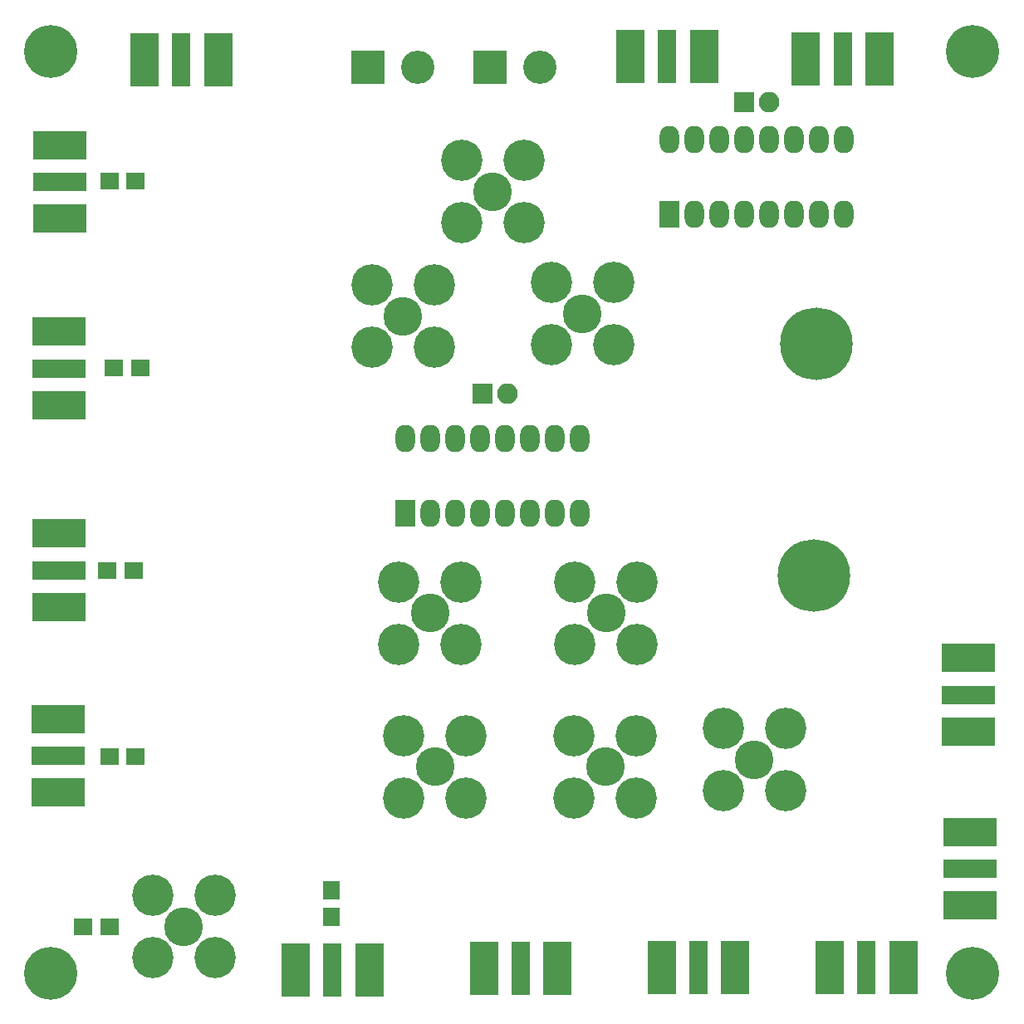
<source format=gbr>
G04 #@! TF.FileFunction,Soldermask,Top*
%FSLAX46Y46*%
G04 Gerber Fmt 4.6, Leading zero omitted, Abs format (unit mm)*
G04 Created by KiCad (PCBNEW 4.0.7) date 10/23/19 01:08:52*
%MOMM*%
%LPD*%
G01*
G04 APERTURE LIST*
%ADD10C,0.100000*%
%ADD11R,2.900000X5.480000*%
%ADD12R,1.900000X5.480000*%
%ADD13C,5.400000*%
%ADD14R,2.000000X2.800000*%
%ADD15O,2.000000X2.800000*%
%ADD16R,2.100000X2.100000*%
%ADD17O,2.100000X2.100000*%
%ADD18R,5.480000X2.900000*%
%ADD19R,5.480000X1.900000*%
%ADD20R,1.900000X1.700000*%
%ADD21R,1.700000X1.900000*%
%ADD22C,4.210000*%
%ADD23C,3.956000*%
%ADD24R,3.400000X3.400000*%
%ADD25C,3.400000*%
%ADD26C,7.400000*%
G04 APERTURE END LIST*
D10*
D11*
X137460000Y-53770000D03*
X129960000Y-53770000D03*
D12*
X133710000Y-53770000D03*
D13*
X53000000Y-53000000D03*
X147000000Y-53000000D03*
X53000000Y-147000000D03*
X147000000Y-147000000D03*
D11*
X119570000Y-53570000D03*
X112070000Y-53570000D03*
D12*
X115820000Y-53570000D03*
D14*
X116078000Y-69596000D03*
D15*
X133858000Y-61976000D03*
X118618000Y-69596000D03*
X131318000Y-61976000D03*
X121158000Y-69596000D03*
X128778000Y-61976000D03*
X123698000Y-69596000D03*
X126238000Y-61976000D03*
X126238000Y-69596000D03*
X123698000Y-61976000D03*
X128778000Y-69596000D03*
X121158000Y-61976000D03*
X131318000Y-69596000D03*
X118618000Y-61976000D03*
X133858000Y-69596000D03*
X116078000Y-61976000D03*
D14*
X89154000Y-100076000D03*
D15*
X106934000Y-92456000D03*
X91694000Y-100076000D03*
X104394000Y-92456000D03*
X94234000Y-100076000D03*
X101854000Y-92456000D03*
X96774000Y-100076000D03*
X99314000Y-92456000D03*
X99314000Y-100076000D03*
X96774000Y-92456000D03*
X101854000Y-100076000D03*
X94234000Y-92456000D03*
X104394000Y-100076000D03*
X91694000Y-92456000D03*
X106934000Y-100076000D03*
X89154000Y-92456000D03*
D16*
X123698000Y-58166000D03*
D17*
X126238000Y-58166000D03*
D16*
X97028000Y-87884000D03*
D17*
X99568000Y-87884000D03*
D18*
X53925000Y-62575000D03*
X53925000Y-70075000D03*
D19*
X53925000Y-66325000D03*
D18*
X53800000Y-81600000D03*
X53800000Y-89100000D03*
D19*
X53800000Y-85350000D03*
D18*
X53800000Y-102175000D03*
X53800000Y-109675000D03*
D19*
X53800000Y-105925000D03*
D18*
X53725000Y-121100000D03*
X53725000Y-128600000D03*
D19*
X53725000Y-124850000D03*
D20*
X61650000Y-66250000D03*
X58950000Y-66250000D03*
X62150000Y-85275000D03*
X59450000Y-85275000D03*
X61475000Y-105950000D03*
X58775000Y-105950000D03*
X61650000Y-124900000D03*
X58950000Y-124900000D03*
D18*
X146675000Y-140100000D03*
X146675000Y-132600000D03*
D19*
X146675000Y-136350000D03*
D11*
X132400000Y-146425000D03*
X139900000Y-146425000D03*
D12*
X136150000Y-146425000D03*
D11*
X115275000Y-146425000D03*
X122775000Y-146425000D03*
D12*
X119025000Y-146425000D03*
D11*
X97150000Y-146500000D03*
X104650000Y-146500000D03*
D12*
X100900000Y-146500000D03*
D11*
X77950000Y-146675000D03*
X85450000Y-146675000D03*
D12*
X81700000Y-146675000D03*
D21*
X81600000Y-138575000D03*
X81600000Y-141275000D03*
D22*
X110363000Y-82931000D03*
D23*
X107188000Y-79756000D03*
D22*
X104013000Y-82931000D03*
X110363000Y-76581000D03*
X104013000Y-76581000D03*
X92075000Y-83185000D03*
D23*
X88900000Y-80010000D03*
D22*
X85725000Y-83185000D03*
X92075000Y-76835000D03*
X85725000Y-76835000D03*
X106426000Y-107124500D03*
D23*
X109601000Y-110299500D03*
D22*
X112776000Y-107124500D03*
X106426000Y-113474500D03*
X112776000Y-113474500D03*
X88975000Y-122800000D03*
D23*
X92150000Y-125975000D03*
D22*
X95325000Y-122800000D03*
X88975000Y-129150000D03*
X95325000Y-129150000D03*
X106350000Y-122800000D03*
D23*
X109525000Y-125975000D03*
D22*
X112700000Y-122800000D03*
X106350000Y-129150000D03*
X112700000Y-129150000D03*
X88455500Y-107124500D03*
D23*
X91630500Y-110299500D03*
D22*
X94805500Y-107124500D03*
X88455500Y-113474500D03*
X94805500Y-113474500D03*
X63373000Y-139065000D03*
D23*
X66548000Y-142240000D03*
D22*
X69723000Y-139065000D03*
X63373000Y-145415000D03*
X69723000Y-145415000D03*
D20*
X56308000Y-142240000D03*
X59008000Y-142240000D03*
D22*
X94869000Y-64135000D03*
D23*
X98044000Y-67310000D03*
D22*
X101219000Y-64135000D03*
X94869000Y-70485000D03*
X101219000Y-70485000D03*
D24*
X97790000Y-54610000D03*
D25*
X102870000Y-54610000D03*
D11*
X70044000Y-53848000D03*
X62544000Y-53848000D03*
D12*
X66294000Y-53848000D03*
D24*
X85344000Y-54610000D03*
D25*
X90424000Y-54610000D03*
D18*
X146558000Y-122368000D03*
X146558000Y-114868000D03*
D19*
X146558000Y-118618000D03*
D26*
X130810000Y-106426000D03*
X131064000Y-82804000D03*
D22*
X121539000Y-122047000D03*
D23*
X124714000Y-125222000D03*
D22*
X127889000Y-122047000D03*
X121539000Y-128397000D03*
X127889000Y-128397000D03*
M02*

</source>
